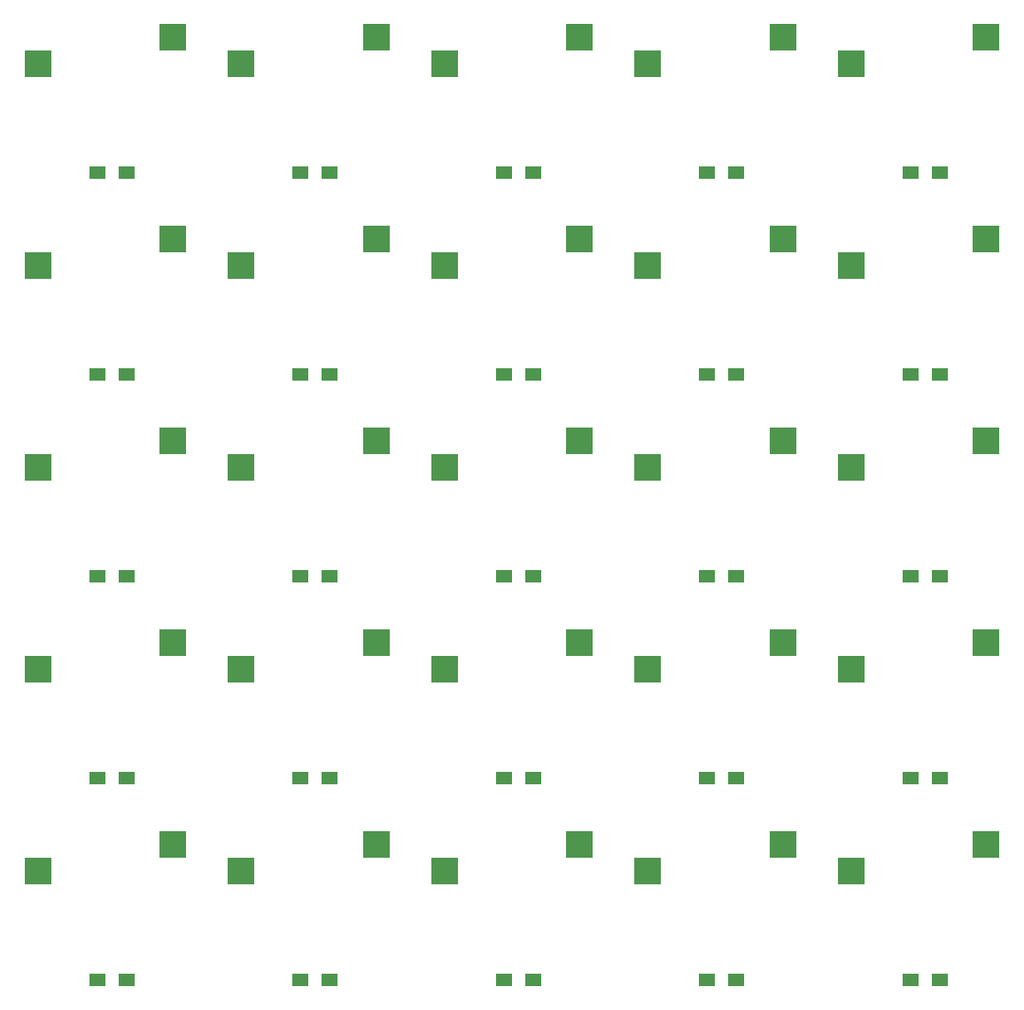
<source format=gbp>
G04 #@! TF.GenerationSoftware,KiCad,Pcbnew,(5.1.5)-3*
G04 #@! TF.CreationDate,2020-12-04T16:21:17+08:00*
G04 #@! TF.ProjectId,switch breakout,73776974-6368-4206-9272-65616b6f7574,rev?*
G04 #@! TF.SameCoordinates,Original*
G04 #@! TF.FileFunction,Paste,Bot*
G04 #@! TF.FilePolarity,Positive*
%FSLAX46Y46*%
G04 Gerber Fmt 4.6, Leading zero omitted, Abs format (unit mm)*
G04 Created by KiCad (PCBNEW (5.1.5)-3) date 2020-12-04 16:21:17*
%MOMM*%
%LPD*%
G04 APERTURE LIST*
%ADD10R,2.550000X2.500000*%
%ADD11R,1.600000X1.200000*%
G04 APERTURE END LIST*
D10*
X74872251Y-22503750D03*
X87799251Y-19963750D03*
X68368251Y-97179750D03*
X55441251Y-99719750D03*
X48937251Y-97179750D03*
X36010251Y-99719750D03*
X107230251Y-97179750D03*
X94303251Y-99719750D03*
D11*
X61126251Y-110140750D03*
X63926251Y-110140750D03*
X41695251Y-110140750D03*
X44495251Y-110140750D03*
X99988251Y-110140750D03*
X102788251Y-110140750D03*
D10*
X74872251Y-99719750D03*
X87799251Y-97179750D03*
X16579251Y-99719750D03*
X29506251Y-97179750D03*
D11*
X25059000Y-110140750D03*
X22259000Y-110140750D03*
X83357251Y-110140750D03*
X80557251Y-110140750D03*
X61126251Y-90868500D03*
X63926251Y-90868500D03*
D10*
X55441251Y-61111750D03*
X68368251Y-58571750D03*
X68368251Y-77907500D03*
X55441251Y-80447500D03*
D11*
X63926251Y-71532750D03*
X61126251Y-71532750D03*
D10*
X16579251Y-80447500D03*
X29506251Y-77907500D03*
D11*
X25059000Y-90868500D03*
X22259000Y-90868500D03*
D10*
X48937251Y-77907500D03*
X36010251Y-80447500D03*
D11*
X41695251Y-90868500D03*
X44495251Y-90868500D03*
D10*
X36010251Y-61111750D03*
X48937251Y-58571750D03*
D11*
X44495251Y-71532750D03*
X41695251Y-71532750D03*
X99988251Y-90868500D03*
X102788251Y-90868500D03*
D10*
X94303251Y-61111750D03*
X107230251Y-58571750D03*
X107230251Y-77907500D03*
X94303251Y-80447500D03*
D11*
X102788251Y-71532750D03*
X99988251Y-71532750D03*
X83357251Y-90868500D03*
X80557251Y-90868500D03*
D10*
X74872251Y-80447500D03*
X87799251Y-77907500D03*
X87799251Y-58571750D03*
X74872251Y-61111750D03*
D11*
X80557251Y-71532750D03*
X83357251Y-71532750D03*
X22259000Y-71532750D03*
X25059000Y-71532750D03*
D10*
X29506251Y-58571750D03*
X16579251Y-61111750D03*
D11*
X102788251Y-52260500D03*
X99988251Y-52260500D03*
D10*
X94303251Y-41839500D03*
X107230251Y-39299500D03*
X107230251Y-19963750D03*
X94303251Y-22503750D03*
D11*
X99988251Y-32924750D03*
X102788251Y-32924750D03*
X80557251Y-52260500D03*
X83357251Y-52260500D03*
D10*
X87799251Y-39299500D03*
X74872251Y-41839500D03*
D11*
X83357251Y-32924750D03*
X80557251Y-32924750D03*
D10*
X68368251Y-19963750D03*
X55441251Y-22503750D03*
D11*
X63926251Y-52260500D03*
X61126251Y-52260500D03*
D10*
X55441251Y-41839500D03*
X68368251Y-39299500D03*
D11*
X61126251Y-32924750D03*
X63926251Y-32924750D03*
D10*
X36010251Y-41839500D03*
X48937251Y-39299500D03*
D11*
X44495251Y-52260500D03*
X41695251Y-52260500D03*
X22259000Y-52260500D03*
X25059000Y-52260500D03*
D10*
X29506251Y-39299500D03*
X16579251Y-41839500D03*
D11*
X41695251Y-32924750D03*
X44495251Y-32924750D03*
D10*
X48937251Y-19963750D03*
X36010251Y-22503750D03*
X16579251Y-22503750D03*
X29506251Y-19963750D03*
D11*
X25059000Y-32924750D03*
X22259000Y-32924750D03*
M02*

</source>
